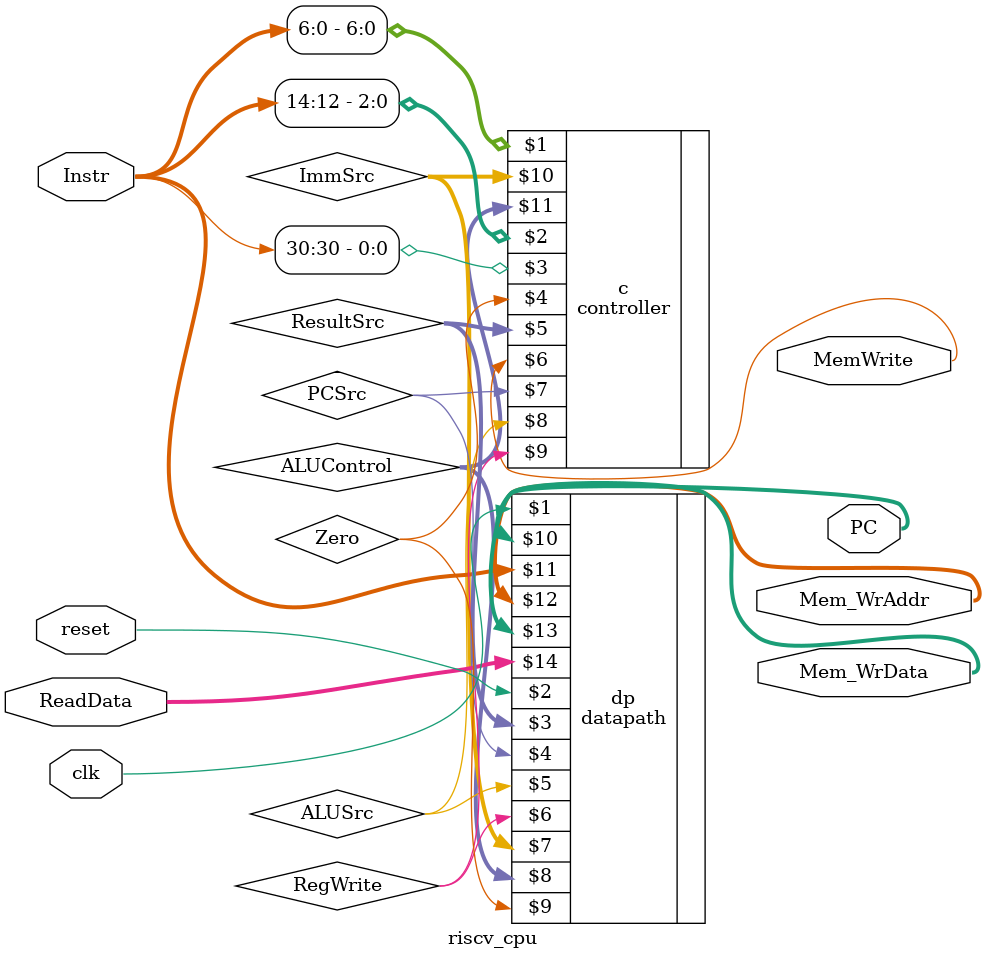
<source format=v>
`timescale 1ns / 1ps


module riscv_cpu(
input clk, reset,
output [31:0] PC,
input [31:0] Instr,
output MemWrite,
output [31:0] Mem_WrAddr, Mem_WrData,
input [31:0] ReadData
);

wire ALUSrc, RegWrite, Zero;
wire [1:0] ResultSrc, ImmSrc;
wire [2:0] ALUControl;

controller c(Instr[6:0], Instr[14:12], Instr[30], Zero, ResultSrc, MemWrite, PCSrc, ALUSrc, RegWrite, ImmSrc, ALUControl);

datapath dp(clk, reset, ResultSrc, PCSrc, ALUSrc, RegWrite, ImmSrc, ALUControl, Zero, PC, Instr, Mem_WrAddr, Mem_WrData, ReadData);
endmodule

</source>
